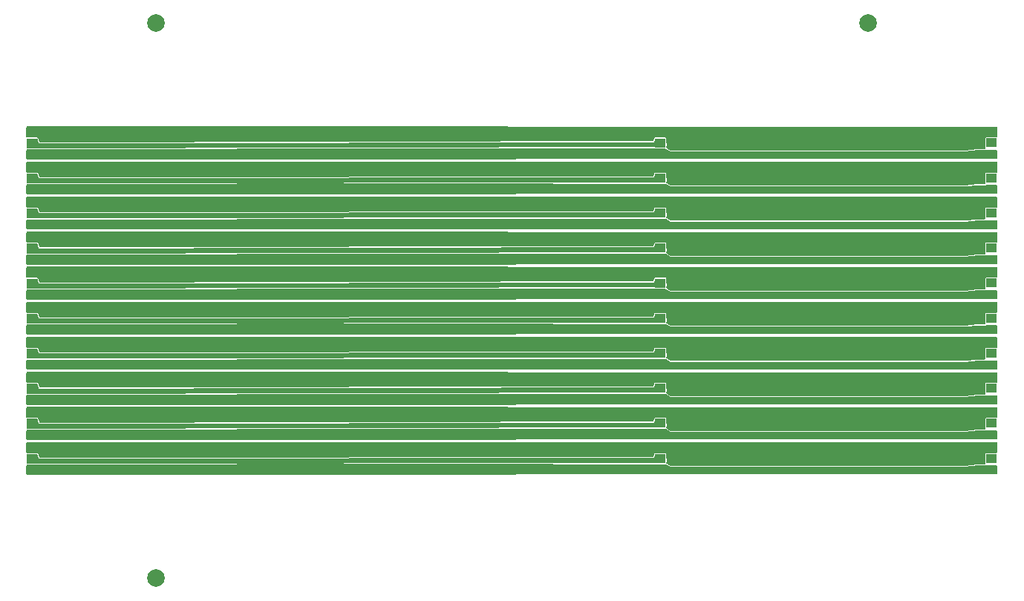
<source format=gbl>
G04 #@! TF.GenerationSoftware,KiCad,Pcbnew,7.0.2-6a45011f42~172~ubuntu22.04.1*
G04 #@! TF.CreationDate,2023-07-04T12:46:50+08:00*
G04 #@! TF.ProjectId,panel_10_1,70616e65-6c5f-4313-905f-312e6b696361,rev?*
G04 #@! TF.SameCoordinates,Original*
G04 #@! TF.FileFunction,Copper,L2,Bot*
G04 #@! TF.FilePolarity,Positive*
%FSLAX46Y46*%
G04 Gerber Fmt 4.6, Leading zero omitted, Abs format (unit mm)*
G04 Created by KiCad (PCBNEW 7.0.2-6a45011f42~172~ubuntu22.04.1) date 2023-07-04 12:46:50*
%MOMM*%
%LPD*%
G01*
G04 APERTURE LIST*
G04 #@! TA.AperFunction,ComponentPad*
%ADD10R,1.200000X1.000000*%
G04 #@! TD*
G04 #@! TA.AperFunction,SMDPad,CuDef*
%ADD11C,2.000000*%
G04 #@! TD*
G04 #@! TA.AperFunction,ViaPad*
%ADD12C,0.450000*%
G04 #@! TD*
G04 APERTURE END LIST*
D10*
G04 #@! TO.P,J5,1,Pin_1*
G04 #@! TO.N,Board_6-+3V3*
X110240000Y-42325000D03*
G04 #@! TD*
G04 #@! TO.P,J2,1,Pin_1*
G04 #@! TO.N,Board_4-GND*
X72470000Y-31680000D03*
G04 #@! TD*
G04 #@! TO.P,J6,1,Pin_1*
G04 #@! TO.N,Board_2-GND*
X110240000Y-23675000D03*
G04 #@! TD*
G04 #@! TO.P,J8,1,Pin_1*
G04 #@! TO.N,Board_0-GND*
X823163Y-15680000D03*
G04 #@! TD*
G04 #@! TO.P,J7,1,Pin_1*
G04 #@! TO.N,Board_1-+3V3*
X823163Y-22330000D03*
G04 #@! TD*
G04 #@! TO.P,J9,1,Pin_1*
G04 #@! TO.N,Board_9-LED_DATA*
X823163Y-53005000D03*
G04 #@! TD*
G04 #@! TO.P,J7,1,Pin_1*
G04 #@! TO.N,Board_6-+3V3*
X823163Y-42330000D03*
G04 #@! TD*
G04 #@! TO.P,J9,1,Pin_1*
G04 #@! TO.N,Board_2-LED_DATA*
X823163Y-25005000D03*
G04 #@! TD*
G04 #@! TO.P,J1,1,Pin_1*
G04 #@! TO.N,Board_4-+3V3*
X72470000Y-34330000D03*
G04 #@! TD*
G04 #@! TO.P,J2,1,Pin_1*
G04 #@! TO.N,Board_1-GND*
X72470000Y-19680000D03*
G04 #@! TD*
G04 #@! TO.P,J9,1,Pin_1*
G04 #@! TO.N,Board_5-LED_DATA*
X823163Y-37005000D03*
G04 #@! TD*
G04 #@! TO.P,J8,1,Pin_1*
G04 #@! TO.N,Board_1-GND*
X823163Y-19680000D03*
G04 #@! TD*
G04 #@! TO.P,J2,1,Pin_1*
G04 #@! TO.N,Board_6-GND*
X72470000Y-39680000D03*
G04 #@! TD*
G04 #@! TO.P,J3,1,Pin_1*
G04 #@! TO.N,Board_6-LED_DATA*
X72470000Y-41005000D03*
G04 #@! TD*
G04 #@! TO.P,J9,1,Pin_1*
G04 #@! TO.N,Board_6-LED_DATA*
X823163Y-41005000D03*
G04 #@! TD*
G04 #@! TO.P,J8,1,Pin_1*
G04 #@! TO.N,Board_8-GND*
X823163Y-47680000D03*
G04 #@! TD*
G04 #@! TO.P,J7,1,Pin_1*
G04 #@! TO.N,Board_4-+3V3*
X823163Y-34330000D03*
G04 #@! TD*
G04 #@! TO.P,J1,1,Pin_1*
G04 #@! TO.N,Board_0-+3V3*
X72470000Y-18330000D03*
G04 #@! TD*
G04 #@! TO.P,J3,1,Pin_1*
G04 #@! TO.N,Board_7-LED_DATA*
X72470000Y-45005000D03*
G04 #@! TD*
G04 #@! TO.P,J7,1,Pin_1*
G04 #@! TO.N,Board_0-+3V3*
X823163Y-18330000D03*
G04 #@! TD*
G04 #@! TO.P,J8,1,Pin_1*
G04 #@! TO.N,Board_2-GND*
X823163Y-23680000D03*
G04 #@! TD*
G04 #@! TO.P,J5,1,Pin_1*
G04 #@! TO.N,Board_5-+3V3*
X110240000Y-38325000D03*
G04 #@! TD*
G04 #@! TO.P,J6,1,Pin_1*
G04 #@! TO.N,Board_0-GND*
X110240000Y-15675000D03*
G04 #@! TD*
G04 #@! TO.P,J3,1,Pin_1*
G04 #@! TO.N,Board_4-LED_DATA*
X72470000Y-33005000D03*
G04 #@! TD*
G04 #@! TO.P,J8,1,Pin_1*
G04 #@! TO.N,Board_6-GND*
X823163Y-39680000D03*
G04 #@! TD*
G04 #@! TO.P,J9,1,Pin_1*
G04 #@! TO.N,Board_4-LED_DATA*
X823163Y-33005000D03*
G04 #@! TD*
G04 #@! TO.P,J5,1,Pin_1*
G04 #@! TO.N,Board_4-+3V3*
X110240000Y-34325000D03*
G04 #@! TD*
G04 #@! TO.P,J4,1,Pin_1*
G04 #@! TO.N,Board_0-LED_OUT*
X110240000Y-17000000D03*
G04 #@! TD*
G04 #@! TO.P,J4,1,Pin_1*
G04 #@! TO.N,Board_6-LED_OUT*
X110240000Y-41000000D03*
G04 #@! TD*
G04 #@! TO.P,J1,1,Pin_1*
G04 #@! TO.N,Board_3-+3V3*
X72470000Y-30330000D03*
G04 #@! TD*
G04 #@! TO.P,J6,1,Pin_1*
G04 #@! TO.N,Board_7-GND*
X110240000Y-43675000D03*
G04 #@! TD*
G04 #@! TO.P,J2,1,Pin_1*
G04 #@! TO.N,Board_9-GND*
X72470000Y-51680000D03*
G04 #@! TD*
G04 #@! TO.P,J2,1,Pin_1*
G04 #@! TO.N,Board_7-GND*
X72470000Y-43680000D03*
G04 #@! TD*
G04 #@! TO.P,J3,1,Pin_1*
G04 #@! TO.N,Board_5-LED_DATA*
X72470000Y-37005000D03*
G04 #@! TD*
G04 #@! TO.P,J7,1,Pin_1*
G04 #@! TO.N,Board_2-+3V3*
X823163Y-26330000D03*
G04 #@! TD*
G04 #@! TO.P,J4,1,Pin_1*
G04 #@! TO.N,Board_8-LED_OUT*
X110240000Y-49000000D03*
G04 #@! TD*
G04 #@! TO.P,J2,1,Pin_1*
G04 #@! TO.N,Board_3-GND*
X72470000Y-27680000D03*
G04 #@! TD*
G04 #@! TO.P,J3,1,Pin_1*
G04 #@! TO.N,Board_3-LED_DATA*
X72470000Y-29005000D03*
G04 #@! TD*
G04 #@! TO.P,J1,1,Pin_1*
G04 #@! TO.N,Board_8-+3V3*
X72470000Y-50330000D03*
G04 #@! TD*
G04 #@! TO.P,J5,1,Pin_1*
G04 #@! TO.N,Board_0-+3V3*
X110240000Y-18325000D03*
G04 #@! TD*
G04 #@! TO.P,J5,1,Pin_1*
G04 #@! TO.N,Board_1-+3V3*
X110240000Y-22325000D03*
G04 #@! TD*
G04 #@! TO.P,J1,1,Pin_1*
G04 #@! TO.N,Board_6-+3V3*
X72470000Y-42330000D03*
G04 #@! TD*
G04 #@! TO.P,J7,1,Pin_1*
G04 #@! TO.N,Board_7-+3V3*
X823163Y-46330000D03*
G04 #@! TD*
G04 #@! TO.P,J6,1,Pin_1*
G04 #@! TO.N,Board_5-GND*
X110240000Y-35675000D03*
G04 #@! TD*
G04 #@! TO.P,J8,1,Pin_1*
G04 #@! TO.N,Board_4-GND*
X823163Y-31680000D03*
G04 #@! TD*
G04 #@! TO.P,J4,1,Pin_1*
G04 #@! TO.N,Board_7-LED_OUT*
X110240000Y-45000000D03*
G04 #@! TD*
G04 #@! TO.P,J4,1,Pin_1*
G04 #@! TO.N,Board_1-LED_OUT*
X110240000Y-21000000D03*
G04 #@! TD*
G04 #@! TO.P,J6,1,Pin_1*
G04 #@! TO.N,Board_3-GND*
X110240000Y-27675000D03*
G04 #@! TD*
G04 #@! TO.P,J5,1,Pin_1*
G04 #@! TO.N,Board_8-+3V3*
X110240000Y-50325000D03*
G04 #@! TD*
G04 #@! TO.P,J2,1,Pin_1*
G04 #@! TO.N,Board_8-GND*
X72470000Y-47680000D03*
G04 #@! TD*
G04 #@! TO.P,J4,1,Pin_1*
G04 #@! TO.N,Board_5-LED_OUT*
X110240000Y-37000000D03*
G04 #@! TD*
G04 #@! TO.P,J3,1,Pin_1*
G04 #@! TO.N,Board_1-LED_DATA*
X72470000Y-21005000D03*
G04 #@! TD*
G04 #@! TO.P,J1,1,Pin_1*
G04 #@! TO.N,Board_7-+3V3*
X72470000Y-46330000D03*
G04 #@! TD*
G04 #@! TO.P,J8,1,Pin_1*
G04 #@! TO.N,Board_9-GND*
X823163Y-51680000D03*
G04 #@! TD*
G04 #@! TO.P,J8,1,Pin_1*
G04 #@! TO.N,Board_5-GND*
X823163Y-35680000D03*
G04 #@! TD*
G04 #@! TO.P,J9,1,Pin_1*
G04 #@! TO.N,Board_1-LED_DATA*
X823163Y-21005000D03*
G04 #@! TD*
G04 #@! TO.P,J7,1,Pin_1*
G04 #@! TO.N,Board_5-+3V3*
X823163Y-38330000D03*
G04 #@! TD*
G04 #@! TO.P,J1,1,Pin_1*
G04 #@! TO.N,Board_5-+3V3*
X72470000Y-38330000D03*
G04 #@! TD*
G04 #@! TO.P,J7,1,Pin_1*
G04 #@! TO.N,Board_9-+3V3*
X823163Y-54330000D03*
G04 #@! TD*
G04 #@! TO.P,J6,1,Pin_1*
G04 #@! TO.N,Board_6-GND*
X110240000Y-39675000D03*
G04 #@! TD*
G04 #@! TO.P,J3,1,Pin_1*
G04 #@! TO.N,Board_2-LED_DATA*
X72470000Y-25005000D03*
G04 #@! TD*
G04 #@! TO.P,J6,1,Pin_1*
G04 #@! TO.N,Board_4-GND*
X110240000Y-31675000D03*
G04 #@! TD*
G04 #@! TO.P,J1,1,Pin_1*
G04 #@! TO.N,Board_1-+3V3*
X72470000Y-22330000D03*
G04 #@! TD*
G04 #@! TO.P,J2,1,Pin_1*
G04 #@! TO.N,Board_2-GND*
X72470000Y-23680000D03*
G04 #@! TD*
G04 #@! TO.P,J5,1,Pin_1*
G04 #@! TO.N,Board_2-+3V3*
X110240000Y-26325000D03*
G04 #@! TD*
G04 #@! TO.P,J2,1,Pin_1*
G04 #@! TO.N,Board_0-GND*
X72470000Y-15680000D03*
G04 #@! TD*
G04 #@! TO.P,J8,1,Pin_1*
G04 #@! TO.N,Board_3-GND*
X823163Y-27680000D03*
G04 #@! TD*
G04 #@! TO.P,J9,1,Pin_1*
G04 #@! TO.N,Board_3-LED_DATA*
X823163Y-29005000D03*
G04 #@! TD*
G04 #@! TO.P,J4,1,Pin_1*
G04 #@! TO.N,Board_2-LED_OUT*
X110240000Y-25000000D03*
G04 #@! TD*
G04 #@! TO.P,J7,1,Pin_1*
G04 #@! TO.N,Board_3-+3V3*
X823163Y-30330000D03*
G04 #@! TD*
G04 #@! TO.P,J1,1,Pin_1*
G04 #@! TO.N,Board_2-+3V3*
X72470000Y-26330000D03*
G04 #@! TD*
G04 #@! TO.P,J4,1,Pin_1*
G04 #@! TO.N,Board_4-LED_OUT*
X110240000Y-33000000D03*
G04 #@! TD*
G04 #@! TO.P,J5,1,Pin_1*
G04 #@! TO.N,Board_3-+3V3*
X110240000Y-30325000D03*
G04 #@! TD*
G04 #@! TO.P,J6,1,Pin_1*
G04 #@! TO.N,Board_1-GND*
X110240000Y-19675000D03*
G04 #@! TD*
G04 #@! TO.P,J5,1,Pin_1*
G04 #@! TO.N,Board_9-+3V3*
X110240000Y-54325000D03*
G04 #@! TD*
G04 #@! TO.P,J3,1,Pin_1*
G04 #@! TO.N,Board_0-LED_DATA*
X72470000Y-17005000D03*
G04 #@! TD*
G04 #@! TO.P,J2,1,Pin_1*
G04 #@! TO.N,Board_5-GND*
X72470000Y-35680000D03*
G04 #@! TD*
G04 #@! TO.P,J9,1,Pin_1*
G04 #@! TO.N,Board_7-LED_DATA*
X823163Y-45005000D03*
G04 #@! TD*
G04 #@! TO.P,J6,1,Pin_1*
G04 #@! TO.N,Board_9-GND*
X110240000Y-51675000D03*
G04 #@! TD*
G04 #@! TO.P,J3,1,Pin_1*
G04 #@! TO.N,Board_8-LED_DATA*
X72470000Y-49005000D03*
G04 #@! TD*
G04 #@! TO.P,J7,1,Pin_1*
G04 #@! TO.N,Board_8-+3V3*
X823163Y-50330000D03*
G04 #@! TD*
G04 #@! TO.P,J5,1,Pin_1*
G04 #@! TO.N,Board_7-+3V3*
X110240000Y-46325000D03*
G04 #@! TD*
G04 #@! TO.P,J4,1,Pin_1*
G04 #@! TO.N,Board_3-LED_OUT*
X110240000Y-29000000D03*
G04 #@! TD*
G04 #@! TO.P,J6,1,Pin_1*
G04 #@! TO.N,Board_8-GND*
X110240000Y-47675000D03*
G04 #@! TD*
G04 #@! TO.P,J1,1,Pin_1*
G04 #@! TO.N,Board_9-+3V3*
X72470000Y-54330000D03*
G04 #@! TD*
G04 #@! TO.P,J4,1,Pin_1*
G04 #@! TO.N,Board_9-LED_OUT*
X110240000Y-53000000D03*
G04 #@! TD*
G04 #@! TO.P,J3,1,Pin_1*
G04 #@! TO.N,Board_9-LED_DATA*
X72470000Y-53005000D03*
G04 #@! TD*
G04 #@! TO.P,J9,1,Pin_1*
G04 #@! TO.N,Board_8-LED_DATA*
X823163Y-49005000D03*
G04 #@! TD*
G04 #@! TO.P,J9,1,Pin_1*
G04 #@! TO.N,Board_0-LED_DATA*
X823163Y-17005000D03*
G04 #@! TD*
G04 #@! TO.P,J8,1,Pin_1*
G04 #@! TO.N,Board_7-GND*
X823163Y-43680000D03*
G04 #@! TD*
D11*
G04 #@! TO.P,REF\u002A\u002A,*
G04 #@! TO.N,*
X96190000Y-3350000D03*
G04 #@! TD*
G04 #@! TO.P,REF\u002A\u002A,*
G04 #@! TO.N,*
X15000000Y-3350000D03*
G04 #@! TD*
G04 #@! TO.P,REF\u002A\u002A,*
G04 #@! TO.N,*
X15000000Y-66650000D03*
G04 #@! TD*
D12*
G04 #@! TO.N,Board_0-+3V3*
X97032448Y-18400000D03*
X84648877Y-18400000D03*
X92904591Y-18400000D03*
X80521020Y-18400000D03*
X88776734Y-18400000D03*
X105288163Y-18400000D03*
X76393163Y-18400000D03*
X101160305Y-18400000D03*
G04 #@! TO.N,Board_1-+3V3*
X105288163Y-22400000D03*
X76393163Y-22400000D03*
X97032448Y-22400000D03*
X92904591Y-22400000D03*
X88776734Y-22400000D03*
X84648877Y-22400000D03*
X101160305Y-22400000D03*
X80521020Y-22400000D03*
G04 #@! TO.N,Board_2-+3V3*
X92904591Y-26400000D03*
X105288163Y-26400000D03*
X101160305Y-26400000D03*
X80521020Y-26400000D03*
X84648877Y-26400000D03*
X97032448Y-26400000D03*
X76393163Y-26400000D03*
X88776734Y-26400000D03*
G04 #@! TO.N,Board_3-+3V3*
X101160305Y-30400000D03*
X76393163Y-30400000D03*
X105288163Y-30400000D03*
X84648877Y-30400000D03*
X88776734Y-30400000D03*
X92904591Y-30400000D03*
X97032448Y-30400000D03*
X80521020Y-30400000D03*
G04 #@! TO.N,Board_4-+3V3*
X80521020Y-34400000D03*
X88776734Y-34400000D03*
X84648877Y-34400000D03*
X92904591Y-34400000D03*
X97032448Y-34400000D03*
X105288163Y-34400000D03*
X76393163Y-34400000D03*
X101160305Y-34400000D03*
G04 #@! TO.N,Board_5-+3V3*
X80521020Y-38400000D03*
X101160305Y-38400000D03*
X76393163Y-38400000D03*
X92904591Y-38400000D03*
X97032448Y-38400000D03*
X88776734Y-38400000D03*
X84648877Y-38400000D03*
X105288163Y-38400000D03*
G04 #@! TO.N,Board_6-+3V3*
X88776734Y-42400000D03*
X80521020Y-42400000D03*
X97032448Y-42400000D03*
X105288163Y-42400000D03*
X84648877Y-42400000D03*
X101160305Y-42400000D03*
X76393163Y-42400000D03*
X92904591Y-42400000D03*
G04 #@! TO.N,Board_7-+3V3*
X105288163Y-46400000D03*
X76393163Y-46400000D03*
X97032448Y-46400000D03*
X80521020Y-46400000D03*
X101160305Y-46400000D03*
X92904591Y-46400000D03*
X88776734Y-46400000D03*
X84648877Y-46400000D03*
G04 #@! TO.N,Board_8-+3V3*
X105288163Y-50400000D03*
X101160305Y-50400000D03*
X84648877Y-50400000D03*
X80521020Y-50400000D03*
X92904591Y-50400000D03*
X88776734Y-50400000D03*
X97032448Y-50400000D03*
X76393163Y-50400000D03*
G04 #@! TO.N,Board_9-+3V3*
X92904591Y-54400000D03*
X101160305Y-54400000D03*
X88776734Y-54400000D03*
X80521020Y-54400000D03*
X76393163Y-54400000D03*
X97032448Y-54400000D03*
X105288163Y-54400000D03*
X84648877Y-54400000D03*
G04 #@! TD*
G04 #@! TA.AperFunction,Conductor*
G04 #@! TO.N,Board_4-GND*
G36*
X110795712Y-31169949D02*
G01*
X110862743Y-31189661D01*
X110908476Y-31242483D01*
X110919661Y-31294287D01*
X110916986Y-32275838D01*
X110897118Y-32342823D01*
X110844190Y-32388434D01*
X110792986Y-32399500D01*
X109630100Y-32399500D01*
X109600787Y-32405330D01*
X109567542Y-32427543D01*
X109545330Y-32460787D01*
X109539500Y-32490098D01*
X109539500Y-33509899D01*
X109547909Y-33552177D01*
X109563421Y-33601720D01*
X109544935Y-33669100D01*
X109492956Y-33715789D01*
X109438888Y-33727930D01*
X108677577Y-33724532D01*
X108677576Y-33724532D01*
X108677573Y-33724532D01*
X108675818Y-33724563D01*
X108671522Y-33724679D01*
X108669739Y-33724761D01*
X108657351Y-33725430D01*
X108655572Y-33725563D01*
X108651325Y-33725923D01*
X108649555Y-33726106D01*
X107270947Y-33878750D01*
X107257339Y-33879503D01*
X73711012Y-33889481D01*
X73649402Y-33873113D01*
X73232904Y-33634841D01*
X73184490Y-33584466D01*
X73173200Y-33527111D01*
X73170500Y-33527112D01*
X73170499Y-33435970D01*
X73173081Y-33417356D01*
X73172244Y-33417245D01*
X73173417Y-33408452D01*
X73173419Y-33408448D01*
X73177393Y-33378682D01*
X73170499Y-32696290D01*
X73170499Y-32495102D01*
X73170498Y-32495098D01*
X73164669Y-32465787D01*
X73142456Y-32432542D01*
X73109212Y-32410330D01*
X73079901Y-32404500D01*
X71860100Y-32404500D01*
X71830787Y-32410330D01*
X71797542Y-32432543D01*
X71775330Y-32465787D01*
X71769500Y-32495098D01*
X71769500Y-32495627D01*
X71768244Y-32501410D01*
X71767117Y-32507079D01*
X71767018Y-32507059D01*
X71758339Y-32547041D01*
X71745811Y-32574536D01*
X71700128Y-32730619D01*
X71662405Y-32789429D01*
X71598874Y-32818510D01*
X71581329Y-32819787D01*
X1774381Y-32936847D01*
X1707309Y-32917275D01*
X1661465Y-32864548D01*
X1652226Y-32835318D01*
X1605623Y-32582406D01*
X1602491Y-32569811D01*
X1593340Y-32540776D01*
X1574507Y-32507079D01*
X1572450Y-32503399D01*
X1526697Y-32450597D01*
X1464786Y-32410810D01*
X1426361Y-32403167D01*
X1415620Y-32400527D01*
X1409655Y-32398775D01*
X1409649Y-32398774D01*
X1379925Y-32394500D01*
X326066Y-32394500D01*
X323530Y-32394766D01*
X255680Y-32378651D01*
X207222Y-32328316D01*
X193163Y-32270967D01*
X193163Y-31249050D01*
X212848Y-31182011D01*
X265652Y-31136256D01*
X317211Y-31125050D01*
X110795712Y-31169949D01*
G37*
G04 #@! TD.AperFunction*
G04 #@! TD*
G04 #@! TA.AperFunction,Conductor*
G04 #@! TO.N,Board_9-LED_DATA*
G36*
X1446964Y-52519685D02*
G01*
X1492719Y-52572489D01*
X1501870Y-52601524D01*
X1583159Y-53042669D01*
X71753163Y-52925000D01*
X71847064Y-52604169D01*
X71884788Y-52545358D01*
X71948318Y-52516278D01*
X71966072Y-52515000D01*
X72940409Y-52515000D01*
X73007448Y-52534685D01*
X73053203Y-52587489D01*
X73064402Y-52637747D01*
X73067304Y-52925000D01*
X73071898Y-53379748D01*
X73052891Y-53446982D01*
X73000552Y-53493268D01*
X72947904Y-53505000D01*
X71873163Y-53505000D01*
X318479Y-53624790D01*
X251406Y-53605218D01*
X205563Y-53552490D01*
X194276Y-53499691D01*
X202071Y-52622898D01*
X222351Y-52556036D01*
X275559Y-52510752D01*
X326066Y-52500000D01*
X1379925Y-52500000D01*
X1446964Y-52519685D01*
G37*
G04 #@! TD.AperFunction*
G04 #@! TD*
G04 #@! TA.AperFunction,Conductor*
G04 #@! TO.N,Board_3-GND*
G36*
X110795712Y-27169949D02*
G01*
X110862743Y-27189661D01*
X110908476Y-27242483D01*
X110919661Y-27294287D01*
X110916986Y-28275838D01*
X110897118Y-28342823D01*
X110844190Y-28388434D01*
X110792986Y-28399500D01*
X109630100Y-28399500D01*
X109600787Y-28405330D01*
X109567542Y-28427543D01*
X109545330Y-28460787D01*
X109539500Y-28490098D01*
X109539500Y-29509899D01*
X109547909Y-29552177D01*
X109563421Y-29601720D01*
X109544935Y-29669100D01*
X109492956Y-29715789D01*
X109438888Y-29727930D01*
X108677577Y-29724532D01*
X108677576Y-29724532D01*
X108677573Y-29724532D01*
X108675818Y-29724563D01*
X108671522Y-29724679D01*
X108669739Y-29724761D01*
X108657351Y-29725430D01*
X108655572Y-29725563D01*
X108651325Y-29725923D01*
X108649555Y-29726106D01*
X107270947Y-29878750D01*
X107257339Y-29879503D01*
X73711012Y-29889481D01*
X73649402Y-29873113D01*
X73232904Y-29634841D01*
X73184490Y-29584466D01*
X73173200Y-29527111D01*
X73170500Y-29527112D01*
X73170499Y-29435970D01*
X73173081Y-29417356D01*
X73172244Y-29417245D01*
X73173417Y-29408452D01*
X73173419Y-29408448D01*
X73177393Y-29378682D01*
X73170499Y-28696290D01*
X73170499Y-28495102D01*
X73170498Y-28495098D01*
X73164669Y-28465787D01*
X73142456Y-28432542D01*
X73109212Y-28410330D01*
X73079901Y-28404500D01*
X71860100Y-28404500D01*
X71830787Y-28410330D01*
X71797542Y-28432543D01*
X71775330Y-28465787D01*
X71769500Y-28495098D01*
X71769500Y-28495627D01*
X71768244Y-28501410D01*
X71767117Y-28507079D01*
X71767018Y-28507059D01*
X71758339Y-28547041D01*
X71745811Y-28574536D01*
X71700128Y-28730619D01*
X71662405Y-28789429D01*
X71598874Y-28818510D01*
X71581329Y-28819787D01*
X1774381Y-28936847D01*
X1707309Y-28917275D01*
X1661465Y-28864548D01*
X1652226Y-28835318D01*
X1605623Y-28582406D01*
X1602491Y-28569811D01*
X1593340Y-28540776D01*
X1574507Y-28507079D01*
X1572450Y-28503399D01*
X1526697Y-28450597D01*
X1464786Y-28410810D01*
X1426361Y-28403167D01*
X1415620Y-28400527D01*
X1409655Y-28398775D01*
X1409649Y-28398774D01*
X1379925Y-28394500D01*
X326066Y-28394500D01*
X323530Y-28394766D01*
X255680Y-28378651D01*
X207222Y-28328316D01*
X193163Y-28270967D01*
X193163Y-27249050D01*
X212848Y-27182011D01*
X265652Y-27136256D01*
X317211Y-27125050D01*
X110795712Y-27169949D01*
G37*
G04 #@! TD.AperFunction*
G04 #@! TD*
G04 #@! TA.AperFunction,Conductor*
G04 #@! TO.N,Board_8-+3V3*
G36*
X73040238Y-49664981D02*
G01*
X73101739Y-49681348D01*
X73650000Y-49995000D01*
X107270000Y-49985000D01*
X108662934Y-49830782D01*
X108677105Y-49830031D01*
X110786557Y-49839448D01*
X110853504Y-49859432D01*
X110899023Y-49912440D01*
X110910000Y-49963447D01*
X110910000Y-50716061D01*
X110890315Y-50783100D01*
X110837511Y-50828855D01*
X110786062Y-50840061D01*
X317224Y-50894938D01*
X250174Y-50875287D01*
X204393Y-50822505D01*
X193163Y-50770942D01*
X193163Y-49854288D01*
X212847Y-49787253D01*
X265651Y-49741498D01*
X316954Y-49730292D01*
X318650Y-49730289D01*
X318656Y-49730290D01*
X47652859Y-49651047D01*
X73040238Y-49664981D01*
G37*
G04 #@! TD.AperFunction*
G04 #@! TD*
G04 #@! TA.AperFunction,Conductor*
G04 #@! TO.N,Board_7-LED_DATA*
G36*
X1446964Y-44519685D02*
G01*
X1492719Y-44572489D01*
X1501870Y-44601524D01*
X1583159Y-45042669D01*
X71753163Y-44925000D01*
X71847064Y-44604169D01*
X71884788Y-44545358D01*
X71948318Y-44516278D01*
X71966072Y-44515000D01*
X72940409Y-44515000D01*
X73007448Y-44534685D01*
X73053203Y-44587489D01*
X73064402Y-44637747D01*
X73067304Y-44925000D01*
X73071898Y-45379748D01*
X73052891Y-45446982D01*
X73000552Y-45493268D01*
X72947904Y-45505000D01*
X71873163Y-45505000D01*
X318479Y-45624790D01*
X251406Y-45605218D01*
X205563Y-45552490D01*
X194276Y-45499691D01*
X202071Y-44622898D01*
X222351Y-44556036D01*
X275559Y-44510752D01*
X326066Y-44500000D01*
X1379925Y-44500000D01*
X1446964Y-44519685D01*
G37*
G04 #@! TD.AperFunction*
G04 #@! TD*
G04 #@! TA.AperFunction,Conductor*
G04 #@! TO.N,Board_7-+3V3*
G36*
X73040238Y-45664981D02*
G01*
X73101739Y-45681348D01*
X73650000Y-45995000D01*
X107270000Y-45985000D01*
X108662934Y-45830782D01*
X108677105Y-45830031D01*
X110786557Y-45839448D01*
X110853504Y-45859432D01*
X110899023Y-45912440D01*
X110910000Y-45963447D01*
X110910000Y-46716061D01*
X110890315Y-46783100D01*
X110837511Y-46828855D01*
X110786062Y-46840061D01*
X317224Y-46894938D01*
X250174Y-46875287D01*
X204393Y-46822505D01*
X193163Y-46770942D01*
X193163Y-45854288D01*
X212847Y-45787253D01*
X265651Y-45741498D01*
X316954Y-45730292D01*
X318650Y-45730289D01*
X318656Y-45730290D01*
X47652859Y-45651047D01*
X73040238Y-45664981D01*
G37*
G04 #@! TD.AperFunction*
G04 #@! TD*
G04 #@! TA.AperFunction,Conductor*
G04 #@! TO.N,Board_9-GND*
G36*
X110795712Y-51169949D02*
G01*
X110862743Y-51189661D01*
X110908476Y-51242483D01*
X110919661Y-51294287D01*
X110916986Y-52275838D01*
X110897118Y-52342823D01*
X110844190Y-52388434D01*
X110792986Y-52399500D01*
X109630100Y-52399500D01*
X109600787Y-52405330D01*
X109567542Y-52427543D01*
X109545330Y-52460787D01*
X109539500Y-52490098D01*
X109539500Y-53509899D01*
X109547909Y-53552177D01*
X109563421Y-53601720D01*
X109544935Y-53669100D01*
X109492956Y-53715789D01*
X109438888Y-53727930D01*
X108677577Y-53724532D01*
X108677576Y-53724532D01*
X108677573Y-53724532D01*
X108675818Y-53724563D01*
X108671522Y-53724679D01*
X108669739Y-53724761D01*
X108657351Y-53725430D01*
X108655572Y-53725563D01*
X108651325Y-53725923D01*
X108649555Y-53726106D01*
X107270947Y-53878750D01*
X107257339Y-53879503D01*
X73711012Y-53889481D01*
X73649402Y-53873113D01*
X73232904Y-53634841D01*
X73184490Y-53584466D01*
X73173200Y-53527111D01*
X73170500Y-53527112D01*
X73170499Y-53435970D01*
X73173081Y-53417356D01*
X73172244Y-53417245D01*
X73173417Y-53408452D01*
X73173419Y-53408448D01*
X73177393Y-53378682D01*
X73170499Y-52696290D01*
X73170499Y-52495102D01*
X73170498Y-52495098D01*
X73164669Y-52465787D01*
X73142456Y-52432542D01*
X73109212Y-52410330D01*
X73079901Y-52404500D01*
X71860100Y-52404500D01*
X71830787Y-52410330D01*
X71797542Y-52432543D01*
X71775330Y-52465787D01*
X71769500Y-52495098D01*
X71769500Y-52495627D01*
X71768244Y-52501410D01*
X71767117Y-52507079D01*
X71767018Y-52507059D01*
X71758339Y-52547041D01*
X71745811Y-52574536D01*
X71700128Y-52730619D01*
X71662405Y-52789429D01*
X71598874Y-52818510D01*
X71581329Y-52819787D01*
X1774381Y-52936847D01*
X1707309Y-52917275D01*
X1661465Y-52864548D01*
X1652226Y-52835318D01*
X1605623Y-52582406D01*
X1602491Y-52569811D01*
X1593340Y-52540776D01*
X1574507Y-52507079D01*
X1572450Y-52503399D01*
X1526697Y-52450597D01*
X1464786Y-52410810D01*
X1426361Y-52403167D01*
X1415620Y-52400527D01*
X1409655Y-52398775D01*
X1409649Y-52398774D01*
X1379925Y-52394500D01*
X326066Y-52394500D01*
X323530Y-52394766D01*
X255680Y-52378651D01*
X207222Y-52328316D01*
X193163Y-52270967D01*
X193163Y-51249050D01*
X212848Y-51182011D01*
X265652Y-51136256D01*
X317211Y-51125050D01*
X110795712Y-51169949D01*
G37*
G04 #@! TD.AperFunction*
G04 #@! TD*
G04 #@! TA.AperFunction,Conductor*
G04 #@! TO.N,Board_8-GND*
G36*
X110795712Y-47169949D02*
G01*
X110862743Y-47189661D01*
X110908476Y-47242483D01*
X110919661Y-47294287D01*
X110916986Y-48275838D01*
X110897118Y-48342823D01*
X110844190Y-48388434D01*
X110792986Y-48399500D01*
X109630100Y-48399500D01*
X109600787Y-48405330D01*
X109567542Y-48427543D01*
X109545330Y-48460787D01*
X109539500Y-48490098D01*
X109539500Y-49509899D01*
X109547909Y-49552177D01*
X109563421Y-49601720D01*
X109544935Y-49669100D01*
X109492956Y-49715789D01*
X109438888Y-49727930D01*
X108677577Y-49724532D01*
X108677576Y-49724532D01*
X108677573Y-49724532D01*
X108675818Y-49724563D01*
X108671522Y-49724679D01*
X108669739Y-49724761D01*
X108657351Y-49725430D01*
X108655572Y-49725563D01*
X108651325Y-49725923D01*
X108649555Y-49726106D01*
X107270947Y-49878750D01*
X107257339Y-49879503D01*
X73711012Y-49889481D01*
X73649402Y-49873113D01*
X73232904Y-49634841D01*
X73184490Y-49584466D01*
X73173200Y-49527111D01*
X73170500Y-49527112D01*
X73170499Y-49435970D01*
X73173081Y-49417356D01*
X73172244Y-49417245D01*
X73173417Y-49408452D01*
X73173419Y-49408448D01*
X73177393Y-49378682D01*
X73170499Y-48696290D01*
X73170499Y-48495102D01*
X73170498Y-48495098D01*
X73164669Y-48465787D01*
X73142456Y-48432542D01*
X73109212Y-48410330D01*
X73079901Y-48404500D01*
X71860100Y-48404500D01*
X71830787Y-48410330D01*
X71797542Y-48432543D01*
X71775330Y-48465787D01*
X71769500Y-48495098D01*
X71769500Y-48495627D01*
X71768244Y-48501410D01*
X71767117Y-48507079D01*
X71767018Y-48507059D01*
X71758339Y-48547041D01*
X71745811Y-48574536D01*
X71700128Y-48730619D01*
X71662405Y-48789429D01*
X71598874Y-48818510D01*
X71581329Y-48819787D01*
X1774381Y-48936847D01*
X1707309Y-48917275D01*
X1661465Y-48864548D01*
X1652226Y-48835318D01*
X1605623Y-48582406D01*
X1602491Y-48569811D01*
X1593340Y-48540776D01*
X1574507Y-48507079D01*
X1572450Y-48503399D01*
X1526697Y-48450597D01*
X1464786Y-48410810D01*
X1426361Y-48403167D01*
X1415620Y-48400527D01*
X1409655Y-48398775D01*
X1409649Y-48398774D01*
X1379925Y-48394500D01*
X326066Y-48394500D01*
X323530Y-48394766D01*
X255680Y-48378651D01*
X207222Y-48328316D01*
X193163Y-48270967D01*
X193163Y-47249050D01*
X212848Y-47182011D01*
X265652Y-47136256D01*
X317211Y-47125050D01*
X110795712Y-47169949D01*
G37*
G04 #@! TD.AperFunction*
G04 #@! TD*
G04 #@! TA.AperFunction,Conductor*
G04 #@! TO.N,Board_0-GND*
G36*
X110795712Y-15169949D02*
G01*
X110862743Y-15189661D01*
X110908476Y-15242483D01*
X110919661Y-15294287D01*
X110916986Y-16275838D01*
X110897118Y-16342823D01*
X110844190Y-16388434D01*
X110792986Y-16399500D01*
X109630100Y-16399500D01*
X109600787Y-16405330D01*
X109567542Y-16427543D01*
X109545330Y-16460787D01*
X109539500Y-16490098D01*
X109539500Y-17509899D01*
X109547909Y-17552177D01*
X109563421Y-17601720D01*
X109544935Y-17669100D01*
X109492956Y-17715789D01*
X109438888Y-17727930D01*
X108677577Y-17724532D01*
X108677576Y-17724532D01*
X108677573Y-17724532D01*
X108675818Y-17724563D01*
X108671522Y-17724679D01*
X108669739Y-17724761D01*
X108657351Y-17725430D01*
X108655572Y-17725563D01*
X108651325Y-17725923D01*
X108649555Y-17726106D01*
X107270947Y-17878750D01*
X107257339Y-17879503D01*
X73711012Y-17889481D01*
X73649402Y-17873113D01*
X73232904Y-17634841D01*
X73184490Y-17584466D01*
X73173200Y-17527111D01*
X73170500Y-17527112D01*
X73170499Y-17435970D01*
X73173081Y-17417356D01*
X73172244Y-17417245D01*
X73173417Y-17408452D01*
X73173419Y-17408448D01*
X73177393Y-17378682D01*
X73170499Y-16696290D01*
X73170499Y-16495102D01*
X73170498Y-16495098D01*
X73164669Y-16465787D01*
X73142456Y-16432542D01*
X73109212Y-16410330D01*
X73079901Y-16404500D01*
X71860100Y-16404500D01*
X71830787Y-16410330D01*
X71797542Y-16432543D01*
X71775330Y-16465787D01*
X71769500Y-16495098D01*
X71769500Y-16495627D01*
X71768244Y-16501410D01*
X71767117Y-16507079D01*
X71767018Y-16507059D01*
X71758339Y-16547041D01*
X71745811Y-16574536D01*
X71700128Y-16730619D01*
X71662405Y-16789429D01*
X71598874Y-16818510D01*
X71581329Y-16819787D01*
X1774381Y-16936847D01*
X1707309Y-16917275D01*
X1661465Y-16864548D01*
X1652226Y-16835318D01*
X1605623Y-16582406D01*
X1602491Y-16569811D01*
X1593340Y-16540776D01*
X1574507Y-16507079D01*
X1572450Y-16503399D01*
X1526697Y-16450597D01*
X1464786Y-16410810D01*
X1426361Y-16403167D01*
X1415620Y-16400527D01*
X1409655Y-16398775D01*
X1409649Y-16398774D01*
X1379925Y-16394500D01*
X326066Y-16394500D01*
X323530Y-16394766D01*
X255680Y-16378651D01*
X207222Y-16328316D01*
X193163Y-16270967D01*
X193163Y-15249050D01*
X212848Y-15182011D01*
X265652Y-15136256D01*
X317211Y-15125050D01*
X110795712Y-15169949D01*
G37*
G04 #@! TD.AperFunction*
G04 #@! TD*
G04 #@! TA.AperFunction,Conductor*
G04 #@! TO.N,Board_4-LED_DATA*
G36*
X1446964Y-32519685D02*
G01*
X1492719Y-32572489D01*
X1501870Y-32601524D01*
X1583159Y-33042669D01*
X71753163Y-32925000D01*
X71847064Y-32604169D01*
X71884788Y-32545358D01*
X71948318Y-32516278D01*
X71966072Y-32515000D01*
X72940409Y-32515000D01*
X73007448Y-32534685D01*
X73053203Y-32587489D01*
X73064402Y-32637747D01*
X73067304Y-32925000D01*
X73071898Y-33379748D01*
X73052891Y-33446982D01*
X73000552Y-33493268D01*
X72947904Y-33505000D01*
X71873163Y-33505000D01*
X318479Y-33624790D01*
X251406Y-33605218D01*
X205563Y-33552490D01*
X194276Y-33499691D01*
X202071Y-32622898D01*
X222351Y-32556036D01*
X275559Y-32510752D01*
X326066Y-32500000D01*
X1379925Y-32500000D01*
X1446964Y-32519685D01*
G37*
G04 #@! TD.AperFunction*
G04 #@! TD*
G04 #@! TA.AperFunction,Conductor*
G04 #@! TO.N,Board_6-GND*
G36*
X110795712Y-39169949D02*
G01*
X110862743Y-39189661D01*
X110908476Y-39242483D01*
X110919661Y-39294287D01*
X110916986Y-40275838D01*
X110897118Y-40342823D01*
X110844190Y-40388434D01*
X110792986Y-40399500D01*
X109630100Y-40399500D01*
X109600787Y-40405330D01*
X109567542Y-40427543D01*
X109545330Y-40460787D01*
X109539500Y-40490098D01*
X109539500Y-41509899D01*
X109547909Y-41552177D01*
X109563421Y-41601720D01*
X109544935Y-41669100D01*
X109492956Y-41715789D01*
X109438888Y-41727930D01*
X108677577Y-41724532D01*
X108677576Y-41724532D01*
X108677573Y-41724532D01*
X108675818Y-41724563D01*
X108671522Y-41724679D01*
X108669739Y-41724761D01*
X108657351Y-41725430D01*
X108655572Y-41725563D01*
X108651325Y-41725923D01*
X108649555Y-41726106D01*
X107270947Y-41878750D01*
X107257339Y-41879503D01*
X73711012Y-41889481D01*
X73649402Y-41873113D01*
X73232904Y-41634841D01*
X73184490Y-41584466D01*
X73173200Y-41527111D01*
X73170500Y-41527112D01*
X73170499Y-41435970D01*
X73173081Y-41417356D01*
X73172244Y-41417245D01*
X73173417Y-41408452D01*
X73173419Y-41408448D01*
X73177393Y-41378682D01*
X73170499Y-40696290D01*
X73170499Y-40495102D01*
X73170498Y-40495098D01*
X73164669Y-40465787D01*
X73142456Y-40432542D01*
X73109212Y-40410330D01*
X73079901Y-40404500D01*
X71860100Y-40404500D01*
X71830787Y-40410330D01*
X71797542Y-40432543D01*
X71775330Y-40465787D01*
X71769500Y-40495098D01*
X71769500Y-40495627D01*
X71768244Y-40501410D01*
X71767117Y-40507079D01*
X71767018Y-40507059D01*
X71758339Y-40547041D01*
X71745811Y-40574536D01*
X71700128Y-40730619D01*
X71662405Y-40789429D01*
X71598874Y-40818510D01*
X71581329Y-40819787D01*
X1774381Y-40936847D01*
X1707309Y-40917275D01*
X1661465Y-40864548D01*
X1652226Y-40835318D01*
X1605623Y-40582406D01*
X1602491Y-40569811D01*
X1593340Y-40540776D01*
X1574507Y-40507079D01*
X1572450Y-40503399D01*
X1526697Y-40450597D01*
X1464786Y-40410810D01*
X1426361Y-40403167D01*
X1415620Y-40400527D01*
X1409655Y-40398775D01*
X1409649Y-40398774D01*
X1379925Y-40394500D01*
X326066Y-40394500D01*
X323530Y-40394766D01*
X255680Y-40378651D01*
X207222Y-40328316D01*
X193163Y-40270967D01*
X193163Y-39249050D01*
X212848Y-39182011D01*
X265652Y-39136256D01*
X317211Y-39125050D01*
X110795712Y-39169949D01*
G37*
G04 #@! TD.AperFunction*
G04 #@! TD*
G04 #@! TA.AperFunction,Conductor*
G04 #@! TO.N,Board_7-GND*
G36*
X110795712Y-43169949D02*
G01*
X110862743Y-43189661D01*
X110908476Y-43242483D01*
X110919661Y-43294287D01*
X110916986Y-44275838D01*
X110897118Y-44342823D01*
X110844190Y-44388434D01*
X110792986Y-44399500D01*
X109630100Y-44399500D01*
X109600787Y-44405330D01*
X109567542Y-44427543D01*
X109545330Y-44460787D01*
X109539500Y-44490098D01*
X109539500Y-45509899D01*
X109547909Y-45552177D01*
X109563421Y-45601720D01*
X109544935Y-45669100D01*
X109492956Y-45715789D01*
X109438888Y-45727930D01*
X108677577Y-45724532D01*
X108677576Y-45724532D01*
X108677573Y-45724532D01*
X108675818Y-45724563D01*
X108671522Y-45724679D01*
X108669739Y-45724761D01*
X108657351Y-45725430D01*
X108655572Y-45725563D01*
X108651325Y-45725923D01*
X108649555Y-45726106D01*
X107270947Y-45878750D01*
X107257339Y-45879503D01*
X73711012Y-45889481D01*
X73649402Y-45873113D01*
X73232904Y-45634841D01*
X73184490Y-45584466D01*
X73173200Y-45527111D01*
X73170500Y-45527112D01*
X73170499Y-45435970D01*
X73173081Y-45417356D01*
X73172244Y-45417245D01*
X73173417Y-45408452D01*
X73173419Y-45408448D01*
X73177393Y-45378682D01*
X73170499Y-44696290D01*
X73170499Y-44495102D01*
X73170498Y-44495098D01*
X73164669Y-44465787D01*
X73142456Y-44432542D01*
X73109212Y-44410330D01*
X73079901Y-44404500D01*
X71860100Y-44404500D01*
X71830787Y-44410330D01*
X71797542Y-44432543D01*
X71775330Y-44465787D01*
X71769500Y-44495098D01*
X71769500Y-44495627D01*
X71768244Y-44501410D01*
X71767117Y-44507079D01*
X71767018Y-44507059D01*
X71758339Y-44547041D01*
X71745811Y-44574536D01*
X71700128Y-44730619D01*
X71662405Y-44789429D01*
X71598874Y-44818510D01*
X71581329Y-44819787D01*
X1774381Y-44936847D01*
X1707309Y-44917275D01*
X1661465Y-44864548D01*
X1652226Y-44835318D01*
X1605623Y-44582406D01*
X1602491Y-44569811D01*
X1593340Y-44540776D01*
X1574507Y-44507079D01*
X1572450Y-44503399D01*
X1526697Y-44450597D01*
X1464786Y-44410810D01*
X1426361Y-44403167D01*
X1415620Y-44400527D01*
X1409655Y-44398775D01*
X1409649Y-44398774D01*
X1379925Y-44394500D01*
X326066Y-44394500D01*
X323530Y-44394766D01*
X255680Y-44378651D01*
X207222Y-44328316D01*
X193163Y-44270967D01*
X193163Y-43249050D01*
X212848Y-43182011D01*
X265652Y-43136256D01*
X317211Y-43125050D01*
X110795712Y-43169949D01*
G37*
G04 #@! TD.AperFunction*
G04 #@! TD*
G04 #@! TA.AperFunction,Conductor*
G04 #@! TO.N,Board_9-+3V3*
G36*
X73040238Y-53664981D02*
G01*
X73101739Y-53681348D01*
X73650000Y-53995000D01*
X107270000Y-53985000D01*
X108662934Y-53830782D01*
X108677105Y-53830031D01*
X110786557Y-53839448D01*
X110853504Y-53859432D01*
X110899023Y-53912440D01*
X110910000Y-53963447D01*
X110910000Y-54716061D01*
X110890315Y-54783100D01*
X110837511Y-54828855D01*
X110786062Y-54840061D01*
X317224Y-54894938D01*
X250174Y-54875287D01*
X204393Y-54822505D01*
X193163Y-54770942D01*
X193163Y-53854288D01*
X212847Y-53787253D01*
X265651Y-53741498D01*
X316954Y-53730292D01*
X318650Y-53730289D01*
X318656Y-53730290D01*
X47652859Y-53651047D01*
X73040238Y-53664981D01*
G37*
G04 #@! TD.AperFunction*
G04 #@! TD*
G04 #@! TA.AperFunction,Conductor*
G04 #@! TO.N,Board_1-LED_DATA*
G36*
X1446964Y-20519685D02*
G01*
X1492719Y-20572489D01*
X1501870Y-20601524D01*
X1583159Y-21042669D01*
X71753163Y-20925000D01*
X71847064Y-20604169D01*
X71884788Y-20545358D01*
X71948318Y-20516278D01*
X71966072Y-20515000D01*
X72940409Y-20515000D01*
X73007448Y-20534685D01*
X73053203Y-20587489D01*
X73064402Y-20637747D01*
X73067304Y-20925000D01*
X73071898Y-21379748D01*
X73052891Y-21446982D01*
X73000552Y-21493268D01*
X72947904Y-21505000D01*
X71873163Y-21505000D01*
X318479Y-21624790D01*
X251406Y-21605218D01*
X205563Y-21552490D01*
X194276Y-21499691D01*
X202071Y-20622898D01*
X222351Y-20556036D01*
X275559Y-20510752D01*
X326066Y-20500000D01*
X1379925Y-20500000D01*
X1446964Y-20519685D01*
G37*
G04 #@! TD.AperFunction*
G04 #@! TD*
G04 #@! TA.AperFunction,Conductor*
G04 #@! TO.N,Board_2-GND*
G36*
X110795712Y-23169949D02*
G01*
X110862743Y-23189661D01*
X110908476Y-23242483D01*
X110919661Y-23294287D01*
X110916986Y-24275838D01*
X110897118Y-24342823D01*
X110844190Y-24388434D01*
X110792986Y-24399500D01*
X109630100Y-24399500D01*
X109600787Y-24405330D01*
X109567542Y-24427543D01*
X109545330Y-24460787D01*
X109539500Y-24490098D01*
X109539500Y-25509899D01*
X109547909Y-25552177D01*
X109563421Y-25601720D01*
X109544935Y-25669100D01*
X109492956Y-25715789D01*
X109438888Y-25727930D01*
X108677577Y-25724532D01*
X108677576Y-25724532D01*
X108677573Y-25724532D01*
X108675818Y-25724563D01*
X108671522Y-25724679D01*
X108669739Y-25724761D01*
X108657351Y-25725430D01*
X108655572Y-25725563D01*
X108651325Y-25725923D01*
X108649555Y-25726106D01*
X107270947Y-25878750D01*
X107257339Y-25879503D01*
X73711012Y-25889481D01*
X73649402Y-25873113D01*
X73232904Y-25634841D01*
X73184490Y-25584466D01*
X73173200Y-25527111D01*
X73170500Y-25527112D01*
X73170499Y-25435970D01*
X73173081Y-25417356D01*
X73172244Y-25417245D01*
X73173417Y-25408452D01*
X73173419Y-25408448D01*
X73177393Y-25378682D01*
X73170499Y-24696290D01*
X73170499Y-24495102D01*
X73170498Y-24495098D01*
X73164669Y-24465787D01*
X73142456Y-24432542D01*
X73109212Y-24410330D01*
X73079901Y-24404500D01*
X71860100Y-24404500D01*
X71830787Y-24410330D01*
X71797542Y-24432543D01*
X71775330Y-24465787D01*
X71769500Y-24495098D01*
X71769500Y-24495627D01*
X71768244Y-24501410D01*
X71767117Y-24507079D01*
X71767018Y-24507059D01*
X71758339Y-24547041D01*
X71745811Y-24574536D01*
X71700128Y-24730619D01*
X71662405Y-24789429D01*
X71598874Y-24818510D01*
X71581329Y-24819787D01*
X1774381Y-24936847D01*
X1707309Y-24917275D01*
X1661465Y-24864548D01*
X1652226Y-24835318D01*
X1605623Y-24582406D01*
X1602491Y-24569811D01*
X1593340Y-24540776D01*
X1574507Y-24507079D01*
X1572450Y-24503399D01*
X1526697Y-24450597D01*
X1464786Y-24410810D01*
X1426361Y-24403167D01*
X1415620Y-24400527D01*
X1409655Y-24398775D01*
X1409649Y-24398774D01*
X1379925Y-24394500D01*
X326066Y-24394500D01*
X323530Y-24394766D01*
X255680Y-24378651D01*
X207222Y-24328316D01*
X193163Y-24270967D01*
X193163Y-23249050D01*
X212848Y-23182011D01*
X265652Y-23136256D01*
X317211Y-23125050D01*
X110795712Y-23169949D01*
G37*
G04 #@! TD.AperFunction*
G04 #@! TD*
G04 #@! TA.AperFunction,Conductor*
G04 #@! TO.N,Board_1-GND*
G36*
X110795712Y-19169949D02*
G01*
X110862743Y-19189661D01*
X110908476Y-19242483D01*
X110919661Y-19294287D01*
X110916986Y-20275838D01*
X110897118Y-20342823D01*
X110844190Y-20388434D01*
X110792986Y-20399500D01*
X109630100Y-20399500D01*
X109600787Y-20405330D01*
X109567542Y-20427543D01*
X109545330Y-20460787D01*
X109539500Y-20490098D01*
X109539500Y-21509899D01*
X109547909Y-21552177D01*
X109563421Y-21601720D01*
X109544935Y-21669100D01*
X109492956Y-21715789D01*
X109438888Y-21727930D01*
X108677577Y-21724532D01*
X108677576Y-21724532D01*
X108677573Y-21724532D01*
X108675818Y-21724563D01*
X108671522Y-21724679D01*
X108669739Y-21724761D01*
X108657351Y-21725430D01*
X108655572Y-21725563D01*
X108651325Y-21725923D01*
X108649555Y-21726106D01*
X107270947Y-21878750D01*
X107257339Y-21879503D01*
X73711012Y-21889481D01*
X73649402Y-21873113D01*
X73232904Y-21634841D01*
X73184490Y-21584466D01*
X73173200Y-21527111D01*
X73170500Y-21527112D01*
X73170499Y-21435970D01*
X73173081Y-21417356D01*
X73172244Y-21417245D01*
X73173417Y-21408452D01*
X73173419Y-21408448D01*
X73177393Y-21378682D01*
X73170499Y-20696290D01*
X73170499Y-20495102D01*
X73170498Y-20495098D01*
X73164669Y-20465787D01*
X73142456Y-20432542D01*
X73109212Y-20410330D01*
X73079901Y-20404500D01*
X71860100Y-20404500D01*
X71830787Y-20410330D01*
X71797542Y-20432543D01*
X71775330Y-20465787D01*
X71769500Y-20495098D01*
X71769500Y-20495627D01*
X71768244Y-20501410D01*
X71767117Y-20507079D01*
X71767018Y-20507059D01*
X71758339Y-20547041D01*
X71745811Y-20574536D01*
X71700128Y-20730619D01*
X71662405Y-20789429D01*
X71598874Y-20818510D01*
X71581329Y-20819787D01*
X1774381Y-20936847D01*
X1707309Y-20917275D01*
X1661465Y-20864548D01*
X1652226Y-20835318D01*
X1605623Y-20582406D01*
X1602491Y-20569811D01*
X1593340Y-20540776D01*
X1574507Y-20507079D01*
X1572450Y-20503399D01*
X1526697Y-20450597D01*
X1464786Y-20410810D01*
X1426361Y-20403167D01*
X1415620Y-20400527D01*
X1409655Y-20398775D01*
X1409649Y-20398774D01*
X1379925Y-20394500D01*
X326066Y-20394500D01*
X323530Y-20394766D01*
X255680Y-20378651D01*
X207222Y-20328316D01*
X193163Y-20270967D01*
X193163Y-19249050D01*
X212848Y-19182011D01*
X265652Y-19136256D01*
X317211Y-19125050D01*
X110795712Y-19169949D01*
G37*
G04 #@! TD.AperFunction*
G04 #@! TD*
G04 #@! TA.AperFunction,Conductor*
G04 #@! TO.N,Board_0-LED_DATA*
G36*
X1446964Y-16519685D02*
G01*
X1492719Y-16572489D01*
X1501870Y-16601524D01*
X1583159Y-17042669D01*
X71753163Y-16925000D01*
X71847064Y-16604169D01*
X71884788Y-16545358D01*
X71948318Y-16516278D01*
X71966072Y-16515000D01*
X72940409Y-16515000D01*
X73007448Y-16534685D01*
X73053203Y-16587489D01*
X73064402Y-16637747D01*
X73067304Y-16925000D01*
X73071898Y-17379748D01*
X73052891Y-17446982D01*
X73000552Y-17493268D01*
X72947904Y-17505000D01*
X71873163Y-17505000D01*
X318479Y-17624790D01*
X251406Y-17605218D01*
X205563Y-17552490D01*
X194276Y-17499691D01*
X202071Y-16622898D01*
X222351Y-16556036D01*
X275559Y-16510752D01*
X326066Y-16500000D01*
X1379925Y-16500000D01*
X1446964Y-16519685D01*
G37*
G04 #@! TD.AperFunction*
G04 #@! TD*
G04 #@! TA.AperFunction,Conductor*
G04 #@! TO.N,Board_6-+3V3*
G36*
X73040238Y-41664981D02*
G01*
X73101739Y-41681348D01*
X73650000Y-41995000D01*
X107270000Y-41985000D01*
X108662934Y-41830782D01*
X108677105Y-41830031D01*
X110786557Y-41839448D01*
X110853504Y-41859432D01*
X110899023Y-41912440D01*
X110910000Y-41963447D01*
X110910000Y-42716061D01*
X110890315Y-42783100D01*
X110837511Y-42828855D01*
X110786062Y-42840061D01*
X317224Y-42894938D01*
X250174Y-42875287D01*
X204393Y-42822505D01*
X193163Y-42770942D01*
X193163Y-41854288D01*
X212847Y-41787253D01*
X265651Y-41741498D01*
X316954Y-41730292D01*
X318650Y-41730289D01*
X318656Y-41730290D01*
X47652859Y-41651047D01*
X73040238Y-41664981D01*
G37*
G04 #@! TD.AperFunction*
G04 #@! TD*
G04 #@! TA.AperFunction,Conductor*
G04 #@! TO.N,Board_1-+3V3*
G36*
X73040238Y-21664981D02*
G01*
X73101739Y-21681348D01*
X73650000Y-21995000D01*
X107270000Y-21985000D01*
X108662934Y-21830782D01*
X108677105Y-21830031D01*
X110786557Y-21839448D01*
X110853504Y-21859432D01*
X110899023Y-21912440D01*
X110910000Y-21963447D01*
X110910000Y-22716061D01*
X110890315Y-22783100D01*
X110837511Y-22828855D01*
X110786062Y-22840061D01*
X317224Y-22894938D01*
X250174Y-22875287D01*
X204393Y-22822505D01*
X193163Y-22770942D01*
X193163Y-21854288D01*
X212847Y-21787253D01*
X265651Y-21741498D01*
X316954Y-21730292D01*
X318650Y-21730289D01*
X318656Y-21730290D01*
X47652859Y-21651047D01*
X73040238Y-21664981D01*
G37*
G04 #@! TD.AperFunction*
G04 #@! TD*
G04 #@! TA.AperFunction,Conductor*
G04 #@! TO.N,Board_3-+3V3*
G36*
X73040238Y-29664981D02*
G01*
X73101739Y-29681348D01*
X73650000Y-29995000D01*
X107270000Y-29985000D01*
X108662934Y-29830782D01*
X108677105Y-29830031D01*
X110786557Y-29839448D01*
X110853504Y-29859432D01*
X110899023Y-29912440D01*
X110910000Y-29963447D01*
X110910000Y-30716061D01*
X110890315Y-30783100D01*
X110837511Y-30828855D01*
X110786062Y-30840061D01*
X317224Y-30894938D01*
X250174Y-30875287D01*
X204393Y-30822505D01*
X193163Y-30770942D01*
X193163Y-29854288D01*
X212847Y-29787253D01*
X265651Y-29741498D01*
X316954Y-29730292D01*
X318650Y-29730289D01*
X318656Y-29730290D01*
X47652859Y-29651047D01*
X73040238Y-29664981D01*
G37*
G04 #@! TD.AperFunction*
G04 #@! TD*
G04 #@! TA.AperFunction,Conductor*
G04 #@! TO.N,Board_0-+3V3*
G36*
X73040238Y-17664981D02*
G01*
X73101739Y-17681348D01*
X73650000Y-17995000D01*
X107270000Y-17985000D01*
X108662934Y-17830782D01*
X108677105Y-17830031D01*
X110786557Y-17839448D01*
X110853504Y-17859432D01*
X110899023Y-17912440D01*
X110910000Y-17963447D01*
X110910000Y-18716061D01*
X110890315Y-18783100D01*
X110837511Y-18828855D01*
X110786062Y-18840061D01*
X317224Y-18894938D01*
X250174Y-18875287D01*
X204393Y-18822505D01*
X193163Y-18770942D01*
X193163Y-17854288D01*
X212847Y-17787253D01*
X265651Y-17741498D01*
X316954Y-17730292D01*
X318650Y-17730289D01*
X318656Y-17730290D01*
X47652859Y-17651047D01*
X73040238Y-17664981D01*
G37*
G04 #@! TD.AperFunction*
G04 #@! TD*
G04 #@! TA.AperFunction,Conductor*
G04 #@! TO.N,Board_8-LED_DATA*
G36*
X1446964Y-48519685D02*
G01*
X1492719Y-48572489D01*
X1501870Y-48601524D01*
X1583159Y-49042669D01*
X71753163Y-48925000D01*
X71847064Y-48604169D01*
X71884788Y-48545358D01*
X71948318Y-48516278D01*
X71966072Y-48515000D01*
X72940409Y-48515000D01*
X73007448Y-48534685D01*
X73053203Y-48587489D01*
X73064402Y-48637747D01*
X73067304Y-48925000D01*
X73071898Y-49379748D01*
X73052891Y-49446982D01*
X73000552Y-49493268D01*
X72947904Y-49505000D01*
X71873163Y-49505000D01*
X318479Y-49624790D01*
X251406Y-49605218D01*
X205563Y-49552490D01*
X194276Y-49499691D01*
X202071Y-48622898D01*
X222351Y-48556036D01*
X275559Y-48510752D01*
X326066Y-48500000D01*
X1379925Y-48500000D01*
X1446964Y-48519685D01*
G37*
G04 #@! TD.AperFunction*
G04 #@! TD*
G04 #@! TA.AperFunction,Conductor*
G04 #@! TO.N,Board_4-+3V3*
G36*
X73040238Y-33664981D02*
G01*
X73101739Y-33681348D01*
X73650000Y-33995000D01*
X107270000Y-33985000D01*
X108662934Y-33830782D01*
X108677105Y-33830031D01*
X110786557Y-33839448D01*
X110853504Y-33859432D01*
X110899023Y-33912440D01*
X110910000Y-33963447D01*
X110910000Y-34716061D01*
X110890315Y-34783100D01*
X110837511Y-34828855D01*
X110786062Y-34840061D01*
X317224Y-34894938D01*
X250174Y-34875287D01*
X204393Y-34822505D01*
X193163Y-34770942D01*
X193163Y-33854288D01*
X212847Y-33787253D01*
X265651Y-33741498D01*
X316954Y-33730292D01*
X318650Y-33730289D01*
X318656Y-33730290D01*
X47652859Y-33651047D01*
X73040238Y-33664981D01*
G37*
G04 #@! TD.AperFunction*
G04 #@! TD*
G04 #@! TA.AperFunction,Conductor*
G04 #@! TO.N,Board_3-LED_DATA*
G36*
X1446964Y-28519685D02*
G01*
X1492719Y-28572489D01*
X1501870Y-28601524D01*
X1583159Y-29042669D01*
X71753163Y-28925000D01*
X71847064Y-28604169D01*
X71884788Y-28545358D01*
X71948318Y-28516278D01*
X71966072Y-28515000D01*
X72940409Y-28515000D01*
X73007448Y-28534685D01*
X73053203Y-28587489D01*
X73064402Y-28637747D01*
X73067304Y-28925000D01*
X73071898Y-29379748D01*
X73052891Y-29446982D01*
X73000552Y-29493268D01*
X72947904Y-29505000D01*
X71873163Y-29505000D01*
X318479Y-29624790D01*
X251406Y-29605218D01*
X205563Y-29552490D01*
X194276Y-29499691D01*
X202071Y-28622898D01*
X222351Y-28556036D01*
X275559Y-28510752D01*
X326066Y-28500000D01*
X1379925Y-28500000D01*
X1446964Y-28519685D01*
G37*
G04 #@! TD.AperFunction*
G04 #@! TD*
G04 #@! TA.AperFunction,Conductor*
G04 #@! TO.N,Board_5-LED_DATA*
G36*
X1446964Y-36519685D02*
G01*
X1492719Y-36572489D01*
X1501870Y-36601524D01*
X1583159Y-37042669D01*
X71753163Y-36925000D01*
X71847064Y-36604169D01*
X71884788Y-36545358D01*
X71948318Y-36516278D01*
X71966072Y-36515000D01*
X72940409Y-36515000D01*
X73007448Y-36534685D01*
X73053203Y-36587489D01*
X73064402Y-36637747D01*
X73067304Y-36925000D01*
X73071898Y-37379748D01*
X73052891Y-37446982D01*
X73000552Y-37493268D01*
X72947904Y-37505000D01*
X71873163Y-37505000D01*
X318479Y-37624790D01*
X251406Y-37605218D01*
X205563Y-37552490D01*
X194276Y-37499691D01*
X202071Y-36622898D01*
X222351Y-36556036D01*
X275559Y-36510752D01*
X326066Y-36500000D01*
X1379925Y-36500000D01*
X1446964Y-36519685D01*
G37*
G04 #@! TD.AperFunction*
G04 #@! TD*
G04 #@! TA.AperFunction,Conductor*
G04 #@! TO.N,Board_2-+3V3*
G36*
X73040238Y-25664981D02*
G01*
X73101739Y-25681348D01*
X73650000Y-25995000D01*
X107270000Y-25985000D01*
X108662934Y-25830782D01*
X108677105Y-25830031D01*
X110786557Y-25839448D01*
X110853504Y-25859432D01*
X110899023Y-25912440D01*
X110910000Y-25963447D01*
X110910000Y-26716061D01*
X110890315Y-26783100D01*
X110837511Y-26828855D01*
X110786062Y-26840061D01*
X317224Y-26894938D01*
X250174Y-26875287D01*
X204393Y-26822505D01*
X193163Y-26770942D01*
X193163Y-25854288D01*
X212847Y-25787253D01*
X265651Y-25741498D01*
X316954Y-25730292D01*
X318650Y-25730289D01*
X318656Y-25730290D01*
X47652859Y-25651047D01*
X73040238Y-25664981D01*
G37*
G04 #@! TD.AperFunction*
G04 #@! TD*
G04 #@! TA.AperFunction,Conductor*
G04 #@! TO.N,Board_6-LED_DATA*
G36*
X1446964Y-40519685D02*
G01*
X1492719Y-40572489D01*
X1501870Y-40601524D01*
X1583159Y-41042669D01*
X71753163Y-40925000D01*
X71847064Y-40604169D01*
X71884788Y-40545358D01*
X71948318Y-40516278D01*
X71966072Y-40515000D01*
X72940409Y-40515000D01*
X73007448Y-40534685D01*
X73053203Y-40587489D01*
X73064402Y-40637747D01*
X73067304Y-40925000D01*
X73071898Y-41379748D01*
X73052891Y-41446982D01*
X73000552Y-41493268D01*
X72947904Y-41505000D01*
X71873163Y-41505000D01*
X318479Y-41624790D01*
X251406Y-41605218D01*
X205563Y-41552490D01*
X194276Y-41499691D01*
X202071Y-40622898D01*
X222351Y-40556036D01*
X275559Y-40510752D01*
X326066Y-40500000D01*
X1379925Y-40500000D01*
X1446964Y-40519685D01*
G37*
G04 #@! TD.AperFunction*
G04 #@! TD*
G04 #@! TA.AperFunction,Conductor*
G04 #@! TO.N,Board_5-GND*
G36*
X110795712Y-35169949D02*
G01*
X110862743Y-35189661D01*
X110908476Y-35242483D01*
X110919661Y-35294287D01*
X110916986Y-36275838D01*
X110897118Y-36342823D01*
X110844190Y-36388434D01*
X110792986Y-36399500D01*
X109630100Y-36399500D01*
X109600787Y-36405330D01*
X109567542Y-36427543D01*
X109545330Y-36460787D01*
X109539500Y-36490098D01*
X109539500Y-37509899D01*
X109547909Y-37552177D01*
X109563421Y-37601720D01*
X109544935Y-37669100D01*
X109492956Y-37715789D01*
X109438888Y-37727930D01*
X108677577Y-37724532D01*
X108677576Y-37724532D01*
X108677573Y-37724532D01*
X108675818Y-37724563D01*
X108671522Y-37724679D01*
X108669739Y-37724761D01*
X108657351Y-37725430D01*
X108655572Y-37725563D01*
X108651325Y-37725923D01*
X108649555Y-37726106D01*
X107270947Y-37878750D01*
X107257339Y-37879503D01*
X73711012Y-37889481D01*
X73649402Y-37873113D01*
X73232904Y-37634841D01*
X73184490Y-37584466D01*
X73173200Y-37527111D01*
X73170500Y-37527112D01*
X73170499Y-37435970D01*
X73173081Y-37417356D01*
X73172244Y-37417245D01*
X73173417Y-37408452D01*
X73173419Y-37408448D01*
X73177393Y-37378682D01*
X73170499Y-36696290D01*
X73170499Y-36495102D01*
X73170498Y-36495098D01*
X73164669Y-36465787D01*
X73142456Y-36432542D01*
X73109212Y-36410330D01*
X73079901Y-36404500D01*
X71860100Y-36404500D01*
X71830787Y-36410330D01*
X71797542Y-36432543D01*
X71775330Y-36465787D01*
X71769500Y-36495098D01*
X71769500Y-36495627D01*
X71768244Y-36501410D01*
X71767117Y-36507079D01*
X71767018Y-36507059D01*
X71758339Y-36547041D01*
X71745811Y-36574536D01*
X71700128Y-36730619D01*
X71662405Y-36789429D01*
X71598874Y-36818510D01*
X71581329Y-36819787D01*
X1774381Y-36936847D01*
X1707309Y-36917275D01*
X1661465Y-36864548D01*
X1652226Y-36835318D01*
X1605623Y-36582406D01*
X1602491Y-36569811D01*
X1593340Y-36540776D01*
X1574507Y-36507079D01*
X1572450Y-36503399D01*
X1526697Y-36450597D01*
X1464786Y-36410810D01*
X1426361Y-36403167D01*
X1415620Y-36400527D01*
X1409655Y-36398775D01*
X1409649Y-36398774D01*
X1379925Y-36394500D01*
X326066Y-36394500D01*
X323530Y-36394766D01*
X255680Y-36378651D01*
X207222Y-36328316D01*
X193163Y-36270967D01*
X193163Y-35249050D01*
X212848Y-35182011D01*
X265652Y-35136256D01*
X317211Y-35125050D01*
X110795712Y-35169949D01*
G37*
G04 #@! TD.AperFunction*
G04 #@! TD*
G04 #@! TA.AperFunction,Conductor*
G04 #@! TO.N,Board_5-+3V3*
G36*
X73040238Y-37664981D02*
G01*
X73101739Y-37681348D01*
X73650000Y-37995000D01*
X107270000Y-37985000D01*
X108662934Y-37830782D01*
X108677105Y-37830031D01*
X110786557Y-37839448D01*
X110853504Y-37859432D01*
X110899023Y-37912440D01*
X110910000Y-37963447D01*
X110910000Y-38716061D01*
X110890315Y-38783100D01*
X110837511Y-38828855D01*
X110786062Y-38840061D01*
X317224Y-38894938D01*
X250174Y-38875287D01*
X204393Y-38822505D01*
X193163Y-38770942D01*
X193163Y-37854288D01*
X212847Y-37787253D01*
X265651Y-37741498D01*
X316954Y-37730292D01*
X318650Y-37730289D01*
X318656Y-37730290D01*
X47652859Y-37651047D01*
X73040238Y-37664981D01*
G37*
G04 #@! TD.AperFunction*
G04 #@! TD*
G04 #@! TA.AperFunction,Conductor*
G04 #@! TO.N,Board_2-LED_DATA*
G36*
X1446964Y-24519685D02*
G01*
X1492719Y-24572489D01*
X1501870Y-24601524D01*
X1583159Y-25042669D01*
X71753163Y-24925000D01*
X71847064Y-24604169D01*
X71884788Y-24545358D01*
X71948318Y-24516278D01*
X71966072Y-24515000D01*
X72940409Y-24515000D01*
X73007448Y-24534685D01*
X73053203Y-24587489D01*
X73064402Y-24637747D01*
X73067304Y-24925000D01*
X73071898Y-25379748D01*
X73052891Y-25446982D01*
X73000552Y-25493268D01*
X72947904Y-25505000D01*
X71873163Y-25505000D01*
X318479Y-25624790D01*
X251406Y-25605218D01*
X205563Y-25552490D01*
X194276Y-25499691D01*
X202071Y-24622898D01*
X222351Y-24556036D01*
X275559Y-24510752D01*
X326066Y-24500000D01*
X1379925Y-24500000D01*
X1446964Y-24519685D01*
G37*
G04 #@! TD.AperFunction*
G04 #@! TD*
M02*

</source>
